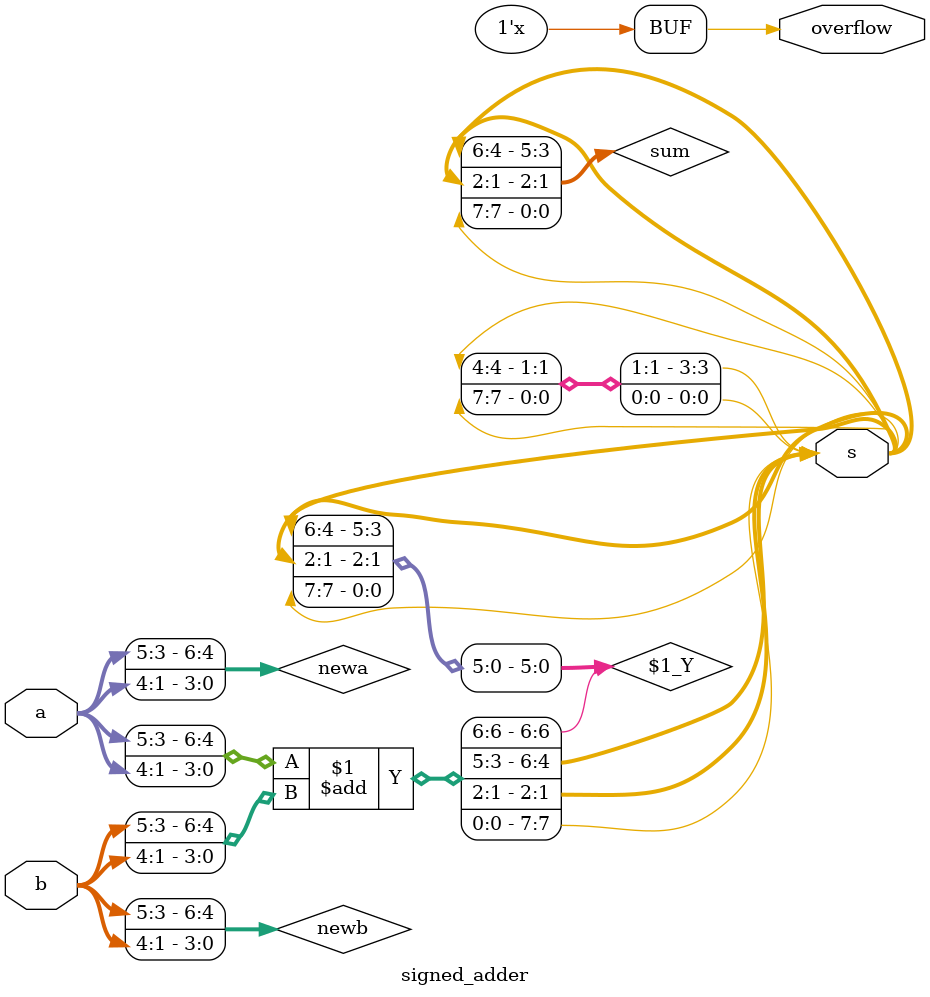
<source format=v>

module signed_adder(input [7:0] a,
    input [7:0] b,
    output [7:0] s,
    output overflow
); 

// The numbers a and b are added to the output s. 
// assign the occurence of the signed overflow of a and b to the output overflow.
// a signed overflow occurs if the most significant bits of a and b are low and the most significant bit of s is high
// a signed overflow may also occur if the most significant bits of a and b are high and the most significant bit of s is low


wire [6:0] newa = {a[7], a[7/(2*2)-1], a[6:(2*2)-1], a[4],a[3],a[2],a[1]}; 
wire [6:0] newb = {b[7], b[7/(2*2)-1], b[6:(2*2)-1], b[4],b[3],b[2],b[1]}; 

wire [5:0] sum = newa+ newb; 


assign s = {sum[7], sum[7/(2*2)-1],sum[5:(2*2)-1], sum[3],sum[2],sum[1],sum[0]};

assign overflow = newa[7] & newb[7];


endmodule

</source>
